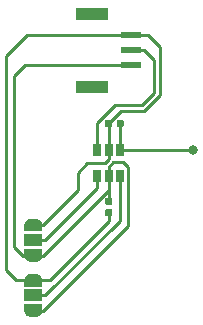
<source format=gbr>
G04 #@! TF.GenerationSoftware,KiCad,Pcbnew,(5.0.0)*
G04 #@! TF.CreationDate,2020-04-25T19:52:07+02:00*
G04 #@! TF.ProjectId,ButtonBoard,427574746F6E426F6172642E6B696361,rev?*
G04 #@! TF.SameCoordinates,Original*
G04 #@! TF.FileFunction,Copper,L2,Bot,Signal*
G04 #@! TF.FilePolarity,Positive*
%FSLAX46Y46*%
G04 Gerber Fmt 4.6, Leading zero omitted, Abs format (unit mm)*
G04 Created by KiCad (PCBNEW (5.0.0)) date 04/25/20 19:52:07*
%MOMM*%
%LPD*%
G01*
G04 APERTURE LIST*
G04 #@! TA.AperFunction,SMDPad,CuDef*
%ADD10C,0.500000*%
G04 #@! TD*
G04 #@! TA.AperFunction,Conductor*
%ADD11C,0.100000*%
G04 #@! TD*
G04 #@! TA.AperFunction,SMDPad,CuDef*
%ADD12R,1.500000X1.000000*%
G04 #@! TD*
G04 #@! TA.AperFunction,SMDPad,CuDef*
%ADD13C,0.590000*%
G04 #@! TD*
G04 #@! TA.AperFunction,SMDPad,CuDef*
%ADD14R,1.700000X0.600000*%
G04 #@! TD*
G04 #@! TA.AperFunction,SMDPad,CuDef*
%ADD15R,2.800000X1.000000*%
G04 #@! TD*
G04 #@! TA.AperFunction,SMDPad,CuDef*
%ADD16R,0.650000X1.060000*%
G04 #@! TD*
G04 #@! TA.AperFunction,ViaPad*
%ADD17C,0.800000*%
G04 #@! TD*
G04 #@! TA.AperFunction,Conductor*
%ADD18C,0.250000*%
G04 #@! TD*
G04 APERTURE END LIST*
D10*
G04 #@! TO.P,TOG,1*
G04 #@! TO.N,+3V3*
X66916300Y-116400100D03*
D11*
G04 #@! TD*
G04 #@! TO.N,+3V3*
G04 #@! TO.C,TOG*
G36*
X67666300Y-115850100D02*
X67666300Y-116400100D01*
X67665698Y-116400100D01*
X67665698Y-116424634D01*
X67660888Y-116473465D01*
X67651316Y-116521590D01*
X67637072Y-116568545D01*
X67618295Y-116613878D01*
X67595164Y-116657151D01*
X67567904Y-116697950D01*
X67536776Y-116735879D01*
X67502079Y-116770576D01*
X67464150Y-116801704D01*
X67423351Y-116828964D01*
X67380078Y-116852095D01*
X67334745Y-116870872D01*
X67287790Y-116885116D01*
X67239665Y-116894688D01*
X67190834Y-116899498D01*
X67166300Y-116899498D01*
X67166300Y-116900100D01*
X66666300Y-116900100D01*
X66666300Y-116899498D01*
X66641766Y-116899498D01*
X66592935Y-116894688D01*
X66544810Y-116885116D01*
X66497855Y-116870872D01*
X66452522Y-116852095D01*
X66409249Y-116828964D01*
X66368450Y-116801704D01*
X66330521Y-116770576D01*
X66295824Y-116735879D01*
X66264696Y-116697950D01*
X66237436Y-116657151D01*
X66214305Y-116613878D01*
X66195528Y-116568545D01*
X66181284Y-116521590D01*
X66171712Y-116473465D01*
X66166902Y-116424634D01*
X66166902Y-116400100D01*
X66166300Y-116400100D01*
X66166300Y-115850100D01*
X67666300Y-115850100D01*
X67666300Y-115850100D01*
G37*
D10*
G04 #@! TO.P,TOG,3*
G04 #@! TO.N,GND*
X66916300Y-113800100D03*
D11*
G04 #@! TD*
G04 #@! TO.N,GND*
G04 #@! TO.C,TOG*
G36*
X66166902Y-113800100D02*
X66166902Y-113775566D01*
X66171712Y-113726735D01*
X66181284Y-113678610D01*
X66195528Y-113631655D01*
X66214305Y-113586322D01*
X66237436Y-113543049D01*
X66264696Y-113502250D01*
X66295824Y-113464321D01*
X66330521Y-113429624D01*
X66368450Y-113398496D01*
X66409249Y-113371236D01*
X66452522Y-113348105D01*
X66497855Y-113329328D01*
X66544810Y-113315084D01*
X66592935Y-113305512D01*
X66641766Y-113300702D01*
X66666300Y-113300702D01*
X66666300Y-113300100D01*
X67166300Y-113300100D01*
X67166300Y-113300702D01*
X67190834Y-113300702D01*
X67239665Y-113305512D01*
X67287790Y-113315084D01*
X67334745Y-113329328D01*
X67380078Y-113348105D01*
X67423351Y-113371236D01*
X67464150Y-113398496D01*
X67502079Y-113429624D01*
X67536776Y-113464321D01*
X67567904Y-113502250D01*
X67595164Y-113543049D01*
X67618295Y-113586322D01*
X67637072Y-113631655D01*
X67651316Y-113678610D01*
X67660888Y-113726735D01*
X67665698Y-113775566D01*
X67665698Y-113800100D01*
X67666300Y-113800100D01*
X67666300Y-114350100D01*
X66166300Y-114350100D01*
X66166300Y-113800100D01*
X66166902Y-113800100D01*
X66166902Y-113800100D01*
G37*
D12*
G04 #@! TO.P,TOG,2*
G04 #@! TO.N,Net-(JP3-Pad2)*
X66916300Y-115100100D03*
G04 #@! TD*
G04 #@! TO.P,AHLB,2*
G04 #@! TO.N,Net-(JP2-Pad2)*
X66916300Y-119761000D03*
D10*
G04 #@! TO.P,AHLB,3*
G04 #@! TO.N,GND*
X66916300Y-118461000D03*
D11*
G04 #@! TD*
G04 #@! TO.N,GND*
G04 #@! TO.C,AHLB*
G36*
X66166902Y-118461000D02*
X66166902Y-118436466D01*
X66171712Y-118387635D01*
X66181284Y-118339510D01*
X66195528Y-118292555D01*
X66214305Y-118247222D01*
X66237436Y-118203949D01*
X66264696Y-118163150D01*
X66295824Y-118125221D01*
X66330521Y-118090524D01*
X66368450Y-118059396D01*
X66409249Y-118032136D01*
X66452522Y-118009005D01*
X66497855Y-117990228D01*
X66544810Y-117975984D01*
X66592935Y-117966412D01*
X66641766Y-117961602D01*
X66666300Y-117961602D01*
X66666300Y-117961000D01*
X67166300Y-117961000D01*
X67166300Y-117961602D01*
X67190834Y-117961602D01*
X67239665Y-117966412D01*
X67287790Y-117975984D01*
X67334745Y-117990228D01*
X67380078Y-118009005D01*
X67423351Y-118032136D01*
X67464150Y-118059396D01*
X67502079Y-118090524D01*
X67536776Y-118125221D01*
X67567904Y-118163150D01*
X67595164Y-118203949D01*
X67618295Y-118247222D01*
X67637072Y-118292555D01*
X67651316Y-118339510D01*
X67660888Y-118387635D01*
X67665698Y-118436466D01*
X67665698Y-118461000D01*
X67666300Y-118461000D01*
X67666300Y-119011000D01*
X66166300Y-119011000D01*
X66166300Y-118461000D01*
X66166902Y-118461000D01*
X66166902Y-118461000D01*
G37*
D10*
G04 #@! TO.P,AHLB,1*
G04 #@! TO.N,+3V3*
X66916300Y-121061000D03*
D11*
G04 #@! TD*
G04 #@! TO.N,+3V3*
G04 #@! TO.C,AHLB*
G36*
X67666300Y-120511000D02*
X67666300Y-121061000D01*
X67665698Y-121061000D01*
X67665698Y-121085534D01*
X67660888Y-121134365D01*
X67651316Y-121182490D01*
X67637072Y-121229445D01*
X67618295Y-121274778D01*
X67595164Y-121318051D01*
X67567904Y-121358850D01*
X67536776Y-121396779D01*
X67502079Y-121431476D01*
X67464150Y-121462604D01*
X67423351Y-121489864D01*
X67380078Y-121512995D01*
X67334745Y-121531772D01*
X67287790Y-121546016D01*
X67239665Y-121555588D01*
X67190834Y-121560398D01*
X67166300Y-121560398D01*
X67166300Y-121561000D01*
X66666300Y-121561000D01*
X66666300Y-121560398D01*
X66641766Y-121560398D01*
X66592935Y-121555588D01*
X66544810Y-121546016D01*
X66497855Y-121531772D01*
X66452522Y-121512995D01*
X66409249Y-121489864D01*
X66368450Y-121462604D01*
X66330521Y-121431476D01*
X66295824Y-121396779D01*
X66264696Y-121358850D01*
X66237436Y-121318051D01*
X66214305Y-121274778D01*
X66195528Y-121229445D01*
X66181284Y-121182490D01*
X66171712Y-121134365D01*
X66166902Y-121085534D01*
X66166902Y-121061000D01*
X66166300Y-121061000D01*
X66166300Y-120511000D01*
X67666300Y-120511000D01*
X67666300Y-120511000D01*
G37*
G04 #@! TO.N,GND*
G04 #@! TO.C,C39*
G36*
X73491358Y-112458710D02*
X73505676Y-112460834D01*
X73519717Y-112464351D01*
X73533346Y-112469228D01*
X73546431Y-112475417D01*
X73558847Y-112482858D01*
X73570473Y-112491481D01*
X73581198Y-112501202D01*
X73590919Y-112511927D01*
X73599542Y-112523553D01*
X73606983Y-112535969D01*
X73613172Y-112549054D01*
X73618049Y-112562683D01*
X73621566Y-112576724D01*
X73623690Y-112591042D01*
X73624400Y-112605500D01*
X73624400Y-112900500D01*
X73623690Y-112914958D01*
X73621566Y-112929276D01*
X73618049Y-112943317D01*
X73613172Y-112956946D01*
X73606983Y-112970031D01*
X73599542Y-112982447D01*
X73590919Y-112994073D01*
X73581198Y-113004798D01*
X73570473Y-113014519D01*
X73558847Y-113023142D01*
X73546431Y-113030583D01*
X73533346Y-113036772D01*
X73519717Y-113041649D01*
X73505676Y-113045166D01*
X73491358Y-113047290D01*
X73476900Y-113048000D01*
X73131900Y-113048000D01*
X73117442Y-113047290D01*
X73103124Y-113045166D01*
X73089083Y-113041649D01*
X73075454Y-113036772D01*
X73062369Y-113030583D01*
X73049953Y-113023142D01*
X73038327Y-113014519D01*
X73027602Y-113004798D01*
X73017881Y-112994073D01*
X73009258Y-112982447D01*
X73001817Y-112970031D01*
X72995628Y-112956946D01*
X72990751Y-112943317D01*
X72987234Y-112929276D01*
X72985110Y-112914958D01*
X72984400Y-112900500D01*
X72984400Y-112605500D01*
X72985110Y-112591042D01*
X72987234Y-112576724D01*
X72990751Y-112562683D01*
X72995628Y-112549054D01*
X73001817Y-112535969D01*
X73009258Y-112523553D01*
X73017881Y-112511927D01*
X73027602Y-112501202D01*
X73038327Y-112491481D01*
X73049953Y-112482858D01*
X73062369Y-112475417D01*
X73075454Y-112469228D01*
X73089083Y-112464351D01*
X73103124Y-112460834D01*
X73117442Y-112458710D01*
X73131900Y-112458000D01*
X73476900Y-112458000D01*
X73491358Y-112458710D01*
X73491358Y-112458710D01*
G37*
D13*
G04 #@! TD*
G04 #@! TO.P,C39,2*
G04 #@! TO.N,GND*
X73304400Y-112753000D03*
D11*
G04 #@! TO.N,+3V3*
G04 #@! TO.C,C39*
G36*
X73491358Y-111488710D02*
X73505676Y-111490834D01*
X73519717Y-111494351D01*
X73533346Y-111499228D01*
X73546431Y-111505417D01*
X73558847Y-111512858D01*
X73570473Y-111521481D01*
X73581198Y-111531202D01*
X73590919Y-111541927D01*
X73599542Y-111553553D01*
X73606983Y-111565969D01*
X73613172Y-111579054D01*
X73618049Y-111592683D01*
X73621566Y-111606724D01*
X73623690Y-111621042D01*
X73624400Y-111635500D01*
X73624400Y-111930500D01*
X73623690Y-111944958D01*
X73621566Y-111959276D01*
X73618049Y-111973317D01*
X73613172Y-111986946D01*
X73606983Y-112000031D01*
X73599542Y-112012447D01*
X73590919Y-112024073D01*
X73581198Y-112034798D01*
X73570473Y-112044519D01*
X73558847Y-112053142D01*
X73546431Y-112060583D01*
X73533346Y-112066772D01*
X73519717Y-112071649D01*
X73505676Y-112075166D01*
X73491358Y-112077290D01*
X73476900Y-112078000D01*
X73131900Y-112078000D01*
X73117442Y-112077290D01*
X73103124Y-112075166D01*
X73089083Y-112071649D01*
X73075454Y-112066772D01*
X73062369Y-112060583D01*
X73049953Y-112053142D01*
X73038327Y-112044519D01*
X73027602Y-112034798D01*
X73017881Y-112024073D01*
X73009258Y-112012447D01*
X73001817Y-112000031D01*
X72995628Y-111986946D01*
X72990751Y-111973317D01*
X72987234Y-111959276D01*
X72985110Y-111944958D01*
X72984400Y-111930500D01*
X72984400Y-111635500D01*
X72985110Y-111621042D01*
X72987234Y-111606724D01*
X72990751Y-111592683D01*
X72995628Y-111579054D01*
X73001817Y-111565969D01*
X73009258Y-111553553D01*
X73017881Y-111541927D01*
X73027602Y-111531202D01*
X73038327Y-111521481D01*
X73049953Y-111512858D01*
X73062369Y-111505417D01*
X73075454Y-111499228D01*
X73089083Y-111494351D01*
X73103124Y-111490834D01*
X73117442Y-111488710D01*
X73131900Y-111488000D01*
X73476900Y-111488000D01*
X73491358Y-111488710D01*
X73491358Y-111488710D01*
G37*
D13*
G04 #@! TD*
G04 #@! TO.P,C39,1*
G04 #@! TO.N,+3V3*
X73304400Y-111783000D03*
D11*
G04 #@! TO.N,PAD*
G04 #@! TO.C,C40*
G36*
X74433958Y-104887510D02*
X74448276Y-104889634D01*
X74462317Y-104893151D01*
X74475946Y-104898028D01*
X74489031Y-104904217D01*
X74501447Y-104911658D01*
X74513073Y-104920281D01*
X74523798Y-104930002D01*
X74533519Y-104940727D01*
X74542142Y-104952353D01*
X74549583Y-104964769D01*
X74555772Y-104977854D01*
X74560649Y-104991483D01*
X74564166Y-105005524D01*
X74566290Y-105019842D01*
X74567000Y-105034300D01*
X74567000Y-105379300D01*
X74566290Y-105393758D01*
X74564166Y-105408076D01*
X74560649Y-105422117D01*
X74555772Y-105435746D01*
X74549583Y-105448831D01*
X74542142Y-105461247D01*
X74533519Y-105472873D01*
X74523798Y-105483598D01*
X74513073Y-105493319D01*
X74501447Y-105501942D01*
X74489031Y-105509383D01*
X74475946Y-105515572D01*
X74462317Y-105520449D01*
X74448276Y-105523966D01*
X74433958Y-105526090D01*
X74419500Y-105526800D01*
X74124500Y-105526800D01*
X74110042Y-105526090D01*
X74095724Y-105523966D01*
X74081683Y-105520449D01*
X74068054Y-105515572D01*
X74054969Y-105509383D01*
X74042553Y-105501942D01*
X74030927Y-105493319D01*
X74020202Y-105483598D01*
X74010481Y-105472873D01*
X74001858Y-105461247D01*
X73994417Y-105448831D01*
X73988228Y-105435746D01*
X73983351Y-105422117D01*
X73979834Y-105408076D01*
X73977710Y-105393758D01*
X73977000Y-105379300D01*
X73977000Y-105034300D01*
X73977710Y-105019842D01*
X73979834Y-105005524D01*
X73983351Y-104991483D01*
X73988228Y-104977854D01*
X73994417Y-104964769D01*
X74001858Y-104952353D01*
X74010481Y-104940727D01*
X74020202Y-104930002D01*
X74030927Y-104920281D01*
X74042553Y-104911658D01*
X74054969Y-104904217D01*
X74068054Y-104898028D01*
X74081683Y-104893151D01*
X74095724Y-104889634D01*
X74110042Y-104887510D01*
X74124500Y-104886800D01*
X74419500Y-104886800D01*
X74433958Y-104887510D01*
X74433958Y-104887510D01*
G37*
D13*
G04 #@! TD*
G04 #@! TO.P,C40,1*
G04 #@! TO.N,PAD*
X74272000Y-105206800D03*
D11*
G04 #@! TO.N,GND*
G04 #@! TO.C,C40*
G36*
X73463958Y-104887510D02*
X73478276Y-104889634D01*
X73492317Y-104893151D01*
X73505946Y-104898028D01*
X73519031Y-104904217D01*
X73531447Y-104911658D01*
X73543073Y-104920281D01*
X73553798Y-104930002D01*
X73563519Y-104940727D01*
X73572142Y-104952353D01*
X73579583Y-104964769D01*
X73585772Y-104977854D01*
X73590649Y-104991483D01*
X73594166Y-105005524D01*
X73596290Y-105019842D01*
X73597000Y-105034300D01*
X73597000Y-105379300D01*
X73596290Y-105393758D01*
X73594166Y-105408076D01*
X73590649Y-105422117D01*
X73585772Y-105435746D01*
X73579583Y-105448831D01*
X73572142Y-105461247D01*
X73563519Y-105472873D01*
X73553798Y-105483598D01*
X73543073Y-105493319D01*
X73531447Y-105501942D01*
X73519031Y-105509383D01*
X73505946Y-105515572D01*
X73492317Y-105520449D01*
X73478276Y-105523966D01*
X73463958Y-105526090D01*
X73449500Y-105526800D01*
X73154500Y-105526800D01*
X73140042Y-105526090D01*
X73125724Y-105523966D01*
X73111683Y-105520449D01*
X73098054Y-105515572D01*
X73084969Y-105509383D01*
X73072553Y-105501942D01*
X73060927Y-105493319D01*
X73050202Y-105483598D01*
X73040481Y-105472873D01*
X73031858Y-105461247D01*
X73024417Y-105448831D01*
X73018228Y-105435746D01*
X73013351Y-105422117D01*
X73009834Y-105408076D01*
X73007710Y-105393758D01*
X73007000Y-105379300D01*
X73007000Y-105034300D01*
X73007710Y-105019842D01*
X73009834Y-105005524D01*
X73013351Y-104991483D01*
X73018228Y-104977854D01*
X73024417Y-104964769D01*
X73031858Y-104952353D01*
X73040481Y-104940727D01*
X73050202Y-104930002D01*
X73060927Y-104920281D01*
X73072553Y-104911658D01*
X73084969Y-104904217D01*
X73098054Y-104898028D01*
X73111683Y-104893151D01*
X73125724Y-104889634D01*
X73140042Y-104887510D01*
X73154500Y-104886800D01*
X73449500Y-104886800D01*
X73463958Y-104887510D01*
X73463958Y-104887510D01*
G37*
D13*
G04 #@! TD*
G04 #@! TO.P,C40,2*
G04 #@! TO.N,GND*
X73302000Y-105206800D03*
D14*
G04 #@! TO.P,P11,1*
G04 #@! TO.N,GND*
X75225000Y-97750000D03*
G04 #@! TO.P,P11,2*
G04 #@! TO.N,OUTPUT*
X75225000Y-99000000D03*
G04 #@! TO.P,P11,3*
G04 #@! TO.N,+3V3*
X75225000Y-100250000D03*
D15*
G04 #@! TO.P,P11,MP*
G04 #@! TO.N,N/C*
X71875000Y-95900000D03*
X71875000Y-102100000D03*
G04 #@! TD*
D16*
G04 #@! TO.P,U16,1*
G04 #@! TO.N,OUTPUT*
X72354400Y-107446900D03*
G04 #@! TO.P,U16,2*
G04 #@! TO.N,GND*
X73304400Y-107446900D03*
G04 #@! TO.P,U16,3*
G04 #@! TO.N,PAD*
X74254400Y-107446900D03*
G04 #@! TO.P,U16,4*
G04 #@! TO.N,Net-(JP2-Pad2)*
X74254400Y-109646900D03*
G04 #@! TO.P,U16,6*
G04 #@! TO.N,Net-(JP3-Pad2)*
X72354400Y-109646900D03*
G04 #@! TO.P,U16,5*
G04 #@! TO.N,+3V3*
X73304400Y-109646900D03*
G04 #@! TD*
D17*
G04 #@! TO.N,PAD*
X80479900Y-107442000D03*
G04 #@! TD*
D18*
G04 #@! TO.N,GND*
X73304400Y-105209200D02*
X73302000Y-105206800D01*
X73304400Y-107446900D02*
X73304400Y-105209200D01*
X73304400Y-113487200D02*
X73304400Y-112753000D01*
X68330600Y-118461000D02*
X73304400Y-113487200D01*
X66916300Y-118461000D02*
X68330600Y-118461000D01*
X67763892Y-113800100D02*
X70688200Y-110875792D01*
X66916300Y-113800100D02*
X67763892Y-113800100D01*
X70688200Y-110875792D02*
X70688200Y-109359700D01*
X70688200Y-109359700D02*
X71501000Y-108546900D01*
X73304400Y-108226900D02*
X73304400Y-107446900D01*
X72984400Y-108546900D02*
X73304400Y-108226900D01*
X71501000Y-108546900D02*
X72984400Y-108546900D01*
X74125000Y-97750000D02*
X75225000Y-97750000D01*
X66372100Y-97750000D02*
X68338700Y-97750000D01*
X68338700Y-97750000D02*
X74125000Y-97750000D01*
X68110590Y-97750000D02*
X68338700Y-97750000D01*
X66916300Y-118461000D02*
X65497400Y-118461000D01*
X65497400Y-118461000D02*
X64638400Y-117602000D01*
X64638400Y-117602000D02*
X64638400Y-99483700D01*
X64638400Y-99483700D02*
X66372100Y-97750000D01*
X73304400Y-105186168D02*
X73304400Y-107446900D01*
X76629900Y-97750000D02*
X77627909Y-98748009D01*
X75225000Y-97750000D02*
X76629900Y-97750000D01*
X77627910Y-102777000D02*
X76297501Y-104107409D01*
X76297501Y-104107409D02*
X74383158Y-104107410D01*
X77627909Y-98748009D02*
X77627910Y-102777000D01*
X74383158Y-104107410D02*
X73304400Y-105186168D01*
G04 #@! TO.N,+3V3*
X73304400Y-109646900D02*
X73304400Y-111783000D01*
X67763892Y-116400100D02*
X66916300Y-116400100D01*
X73304400Y-110859592D02*
X67763892Y-116400100D01*
X73304400Y-109646900D02*
X73304400Y-110859592D01*
X73304400Y-108866900D02*
X73304400Y-109646900D01*
X74904401Y-113920491D02*
X74904401Y-108856899D01*
X67763892Y-121061000D02*
X74904401Y-113920491D01*
X66916300Y-121061000D02*
X67763892Y-121061000D01*
X73304400Y-108866900D02*
X73687900Y-108483400D01*
X74530902Y-108483400D02*
X74904401Y-108856899D01*
X73687900Y-108483400D02*
X74530902Y-108483400D01*
X66068708Y-116400100D02*
X65303400Y-115634792D01*
X66916300Y-116400100D02*
X66068708Y-116400100D01*
X65303400Y-115634792D02*
X65303400Y-101193600D01*
X66247000Y-100250000D02*
X75225000Y-100250000D01*
X65303400Y-101193600D02*
X66247000Y-100250000D01*
G04 #@! TO.N,PAD*
X74254400Y-107446900D02*
X80475000Y-107446900D01*
X80475000Y-107446900D02*
X80479900Y-107442000D01*
X74254400Y-105224400D02*
X74272000Y-105206800D01*
X74254400Y-107446900D02*
X74254400Y-105224400D01*
G04 #@! TO.N,Net-(JP2-Pad2)*
X74254400Y-110426900D02*
X74254400Y-109646900D01*
X74254400Y-113422900D02*
X74254400Y-110426900D01*
X67916300Y-119761000D02*
X74254400Y-113422900D01*
X66916300Y-119761000D02*
X67916300Y-119761000D01*
G04 #@! TO.N,Net-(JP3-Pad2)*
X72354400Y-110426900D02*
X72354400Y-109646900D01*
X72354400Y-110662000D02*
X72354400Y-110426900D01*
X67916300Y-115100100D02*
X72354400Y-110662000D01*
X66916300Y-115100100D02*
X67916300Y-115100100D01*
G04 #@! TO.N,OUTPUT*
X72354400Y-105166168D02*
X72354400Y-107446900D01*
X76325000Y-99000000D02*
X77177900Y-99852900D01*
X75225000Y-99000000D02*
X76325000Y-99000000D01*
X77177900Y-99852900D02*
X77177900Y-102590600D01*
X77177900Y-102590600D02*
X76111100Y-103657400D01*
X76111100Y-103657400D02*
X73863168Y-103657400D01*
X73863168Y-103657400D02*
X72354400Y-105166168D01*
G04 #@! TD*
M02*

</source>
